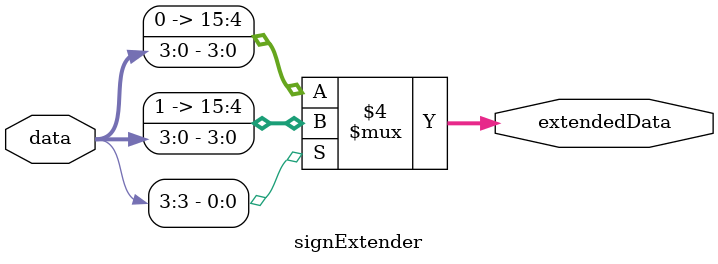
<source format=v>
`timescale 1ns / 1ps


module signExtender(
    input [3:0] data,
    output reg [15:0] extendedData
    );
    
    always @ (data)
    begin
        if (data[3] == 1'b1)
        begin
            extendedData = {12'b111111111111, data};  
        end
        else begin
            extendedData = {12'b000000000000, data};
        end
    end
endmodule

</source>
